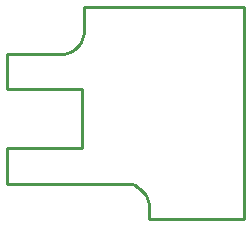
<source format=gko>
%FSLAX24Y24*%
%MOIN*%
G70*
G01*
G75*
%ADD10C,0.0060*%
%ADD11C,0.0256*%
%ADD12R,0.1496X0.0472*%
%ADD13R,0.2480X0.0866*%
%ADD14R,0.1299X0.1122*%
%ADD15R,0.2362X0.0787*%
%ADD16R,0.0142X0.0394*%
%ADD17C,0.0142*%
%ADD18C,0.0100*%
%ADD19C,0.0260*%
%ADD20R,0.0236X0.0157*%
%ADD21R,0.1576X0.0552*%
%ADD22R,0.2560X0.0946*%
%ADD23R,0.1379X0.1202*%
%ADD24R,0.2442X0.0867*%
%ADD25R,0.0201X0.0453*%
%ADD26C,0.0080*%
D18*
X398425Y394095D02*
X398418Y394197D01*
X398398Y394298D01*
X398365Y394396D01*
X398320Y394488D01*
X398262Y394574D01*
X398195Y394651D01*
X398117Y394719D01*
X398032Y394776D01*
X397939Y394822D01*
X397842Y394855D01*
X397741Y394875D01*
X397638Y394882D01*
X395472Y399213D02*
X395575Y399219D01*
X395676Y399239D01*
X395774Y399273D01*
X395866Y399318D01*
X395952Y399375D01*
X396029Y399443D01*
X396097Y399521D01*
X396154Y399606D01*
X396200Y399699D01*
X396233Y399796D01*
X396253Y399897D01*
X396260Y400000D01*
X393701Y394882D02*
X397638D01*
X398425Y393701D02*
Y394095D01*
X393701Y399213D02*
X395472D01*
X393701Y398032D02*
X396181D01*
X393701Y396063D02*
X396181D01*
X393701Y398032D02*
Y399213D01*
Y394882D02*
Y396063D01*
X396181D02*
Y398032D01*
X398425Y393701D02*
X401575D01*
Y400787D01*
X396260D02*
X401575D01*
X396260Y400000D02*
Y400787D01*
M02*

</source>
